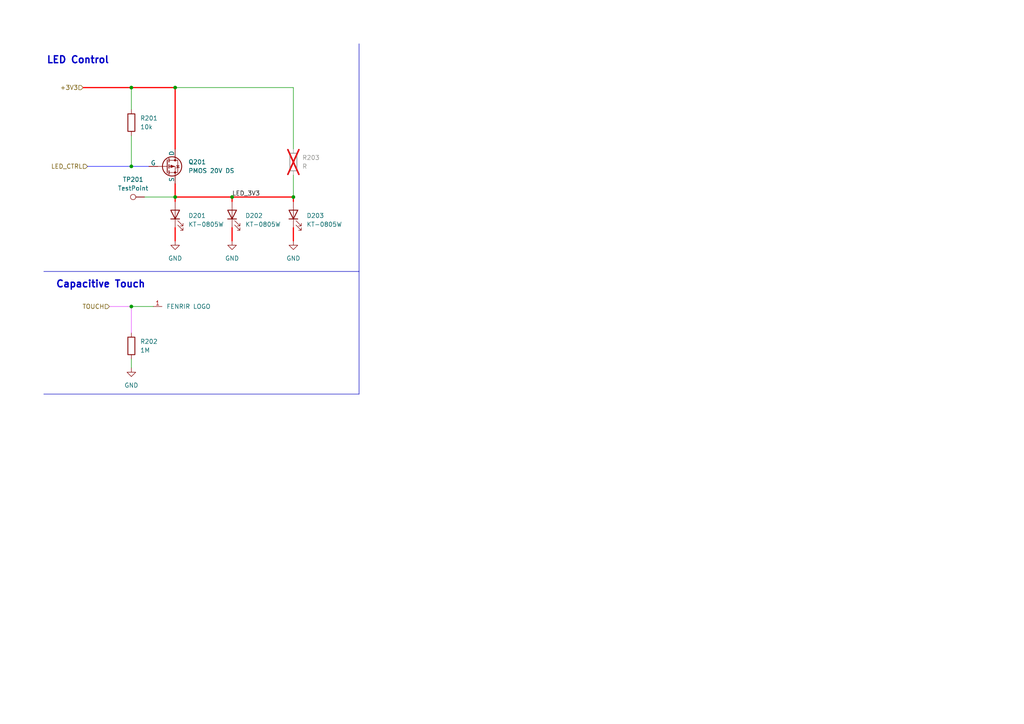
<source format=kicad_sch>
(kicad_sch (version 20231120) (generator "eeschema") (generator_version "8.0")
  (paper "A4")
  (title_block (title "${Title}") (date "2024-03-09") (comment 1 "Author: Vincent"))
  (lib_symbols
    (symbol "Connector:TestPoint" (pin_numbers hide) (pin_names (offset 0.762) hide)
      (property "Reference" "TP" (at 0 6.858 0))
      (property "Value" "TestPoint" (at 0 5.08 0))
      (symbol "TestPoint_0_1"
        (circle (center 0 3.302) (radius 0.762))
      )
      (symbol "TestPoint_1_1"
        (pin passive line (at 0 0 90) (length 2.54) (name "1") (number "1"))
      )
    )
    (symbol "Device:R" (pin_numbers hide) (pin_names (offset 0))
      (property "Reference" "R" (at 2.032 0 90))
      (property "Value" "R" (at 0 0 90))
      (symbol "R_0_1"
        (rectangle (start -1.016 -2.54) (end 1.016 2.54) (stroke (width 0.254)))
      )
      (symbol "R_1_1"
        (pin passive line (at 0 3.81 270) (length 1.27) (name "~") (number "1"))
        (pin passive line (at 0 -3.81 90) (length 1.27) (name "~") (number "2"))
      )
    )
    (symbol "example-symbols:10k" (pin_numbers hide) (pin_names (offset 0))
      (property "Reference" "R" (at 2.032 0 90))
      (property "Value" "10k" (at 0 0 90))
      (symbol "10k_0_1"
        (rectangle (start -1.016 -2.54) (end 1.016 2.54) (stroke (width 0.254)))
      )
      (symbol "10k_1_1"
        (pin passive line (at 0 3.81 270) (length 1.27) (name "~") (number "1"))
        (pin passive line (at 0 -3.81 90) (length 1.27) (name "~") (number "2"))
      )
    )
    (symbol "example-symbols:1M" (pin_numbers hide) (pin_names (offset 0))
      (property "Reference" "R" (at 2.032 0 90))
      (property "Value" "1M" (at 0 0 90))
      (symbol "1M_0_1"
        (rectangle (start -1.016 -2.54) (end 1.016 2.54) (stroke (width 0.254)))
      )
      (symbol "1M_1_1"
        (pin passive line (at 0 3.81 270) (length 1.27) (name "~") (number "1"))
        (pin passive line (at 0 -3.81 90) (length 1.27) (name "~") (number "2"))
      )
    )
    (symbol "example-symbols:FENRIR_copper_8x8mm" (in_bom no)
      (property "Value" "FENRIR LOGO" (at 0 0 0))
      (symbol "FENRIR_copper_8x8mm_1_1"
        (pin input line (at -8.89 0 0) (length 2.54) (name "") (number "1"))
      )
    )
    (symbol "example-symbols:LED" (pin_numbers hide) (pin_names (offset 1.016) hide)
      (property "Reference" "D" (at 0 2.54 0))
      (property "Value" "KT-0805W " (at 0 -2.54 0))
      (symbol "LED_0_1"
        (polyline (pts (xy -1.27 -1.27) (xy -1.27 1.27)) (stroke (width 0.254)))
        (polyline (pts (xy -1.27 0) (xy 1.27 0)))
        (polyline (pts (xy 1.27 -1.27) (xy 1.27 1.27) (xy -1.27 0) (xy 1.27 -1.27)) (stroke (width 0.254)))
        (polyline (pts (xy -3.048 -0.762) (xy -4.572 -2.286) (xy -3.81 -2.286) (xy -4.572 -2.286) (xy -4.572 -1.524)))
        (polyline (pts (xy -1.778 -0.762) (xy -3.302 -2.286) (xy -2.54 -2.286) (xy -3.302 -2.286) (xy -3.302 -1.524)))
      )
      (symbol "LED_1_1"
        (pin passive line (at -3.81 0 0) (length 2.54) (name "K") (number "1"))
        (pin passive line (at 3.81 0 180) (length 2.54) (name "A") (number "2"))
      )
    )
    (symbol "example-symbols:PMOS 20V DS" (pin_numbers hide) (pin_names (offset 0))
      (property "Reference" "Q" (at 5.08 1.27 0))
      (property "Value" "PMOS 20V DS" (at 5.08 -1.27 0))
      (symbol "PMOS 20V DS_0_1"
        (polyline (pts (xy 0.254 0) (xy -2.54 0)))
        (polyline (pts (xy 0.254 1.905) (xy 0.254 -1.905)) (stroke (width 0.254)))
        (polyline (pts (xy 0.762 -1.27) (xy 0.762 -2.286)) (stroke (width 0.254)))
        (polyline (pts (xy 0.762 0.508) (xy 0.762 -0.508)) (stroke (width 0.254)))
        (polyline (pts (xy 0.762 2.286) (xy 0.762 1.27)) (stroke (width 0.254)))
        (polyline (pts (xy 2.54 2.54) (xy 2.54 1.778)))
        (polyline (pts (xy 2.54 -2.54) (xy 2.54 0) (xy 0.762 0)))
        (polyline (pts (xy 0.762 1.778) (xy 3.302 1.778) (xy 3.302 -1.778) (xy 0.762 -1.778)))
        (polyline (pts (xy 2.286 0) (xy 1.27 0.381) (xy 1.27 -0.381) (xy 2.286 0)) (fill (type outline)))
        (polyline (pts (xy 2.794 -0.508) (xy 2.921 -0.381) (xy 3.683 -0.381) (xy 3.81 -0.254)))
        (polyline (pts (xy 3.302 -0.381) (xy 2.921 0.254) (xy 3.683 0.254) (xy 3.302 -0.381)))
        (circle (center 1.651 0) (radius 2.794) (stroke (width 0.254)))
        (circle (center 2.54 -1.778) (radius 0.254) (fill (type outline)))
        (circle (center 2.54 1.778) (radius 0.254) (fill (type outline)))
      )
      (symbol "PMOS 20V DS_1_1"
        (pin input line (at -5.08 0 0) (length 2.54) (name "G") (number "1"))
        (pin passive line (at 2.54 -5.08 90) (length 2.54) (name "S") (number "2"))
        (pin passive line (at 2.54 5.08 270) (length 2.54) (name "D") (number "3"))
      )
    )
    (symbol "power:GND" (power) (pin_names (offset 0))
      (property "Value" "GND" (at 0 -3.81 0))
      (symbol "GND_0_1"
        (polyline (pts (xy 0 0) (xy 0 -1.27) (xy 1.27 -1.27) (xy 0 -2.54) (xy -1.27 -1.27) (xy 0 -1.27)))
      )
      (symbol "GND_1_1"
        (pin power_in line (at 0 0 270) (length 0) hide (name "GND") (number "1"))
      )
    )
  )
  (junction (at 50.8 57.15))
  (junction (at 85.09 57.15))
  (junction (at 38.1 88.9))
  (junction (at 50.8 25.4))
  (junction (at 67.31 57.15))
  (junction (at 38.1 48.26))
  (junction (at 38.1 25.4))
  (wire (pts (xy 25.4 48.26) (xy 38.1 48.26)) (stroke (width 0) (color 0 0 255 1)))
  (wire (pts (xy 85.09 43.18) (xy 85.09 25.4)))
  (wire (pts (xy 38.1 25.4) (xy 38.1 31.75)))
  (wire (pts (xy 24.13 25.4) (xy 38.1 25.4)) (stroke (width 0.35) (color 255 0 0 1)))
  (wire (pts (xy 50.8 25.4) (xy 50.8 43.18)) (stroke (width 0.35) (color 255 0 0 1)))
  (polyline (pts (xy 104.14 114.3) (xy 104.14 78.74)))
  (polyline (pts (xy 12.7 114.3) (xy 104.14 114.3)))
  (wire (pts (xy 38.1 88.9) (xy 44.45 88.9)))
  (wire (pts (xy 67.31 66.04) (xy 67.31 69.85)) (stroke (width 0.35) (color 255 0 0 1)))
  (wire (pts (xy 50.8 57.15) (xy 67.31 57.15)) (stroke (width 0.35) (color 255 0 0 1)))
  (polyline (pts (xy 12.7 78.74) (xy 104.14 78.74)))
  (polyline (pts (xy 104.14 12.7) (xy 104.14 78.74)))
  (wire (pts (xy 85.09 50.8) (xy 85.09 57.15)))
  (wire (pts (xy 85.09 57.15) (xy 85.09 58.42)) (stroke (width 0.35) (color 255 0 0 1)))
  (wire (pts (xy 38.1 25.4) (xy 50.8 25.4)) (stroke (width 0.35) (color 255 0 0 1)))
  (wire (pts (xy 85.09 25.4) (xy 50.8 25.4)))
  (wire (pts (xy 67.31 57.15) (xy 85.09 57.15)) (stroke (width 0.35) (color 255 0 0 1)))
  (wire (pts (xy 67.31 57.15) (xy 67.31 58.42)) (stroke (width 0.35) (color 255 0 0 1)))
  (wire (pts (xy 38.1 104.14) (xy 38.1 106.68)))
  (wire (pts (xy 85.09 66.04) (xy 85.09 69.85)) (stroke (width 0.35) (color 255 0 0 1)))
  (wire (pts (xy 31.75 88.9) (xy 38.1 88.9)) (stroke (width 0) (color 227 67 255 1)))
  (wire (pts (xy 50.8 53.34) (xy 50.8 57.15)) (stroke (width 0.35) (color 255 0 0 1)))
  (wire (pts (xy 38.1 39.37) (xy 38.1 48.26)))
  (wire (pts (xy 50.8 66.04) (xy 50.8 69.85)) (stroke (width 0.35) (color 255 0 0 1)))
  (wire (pts (xy 38.1 48.26) (xy 43.18 48.26)) (stroke (width 0) (color 0 0 255 1)))
  (wire (pts (xy 50.8 57.15) (xy 50.8 58.42)) (stroke (width 0.35) (color 255 0 0 1)))
  (wire (pts (xy 41.91 57.15) (xy 50.8 57.15)))
  (wire (pts (xy 38.1 88.9) (xy 38.1 96.52)) (stroke (width 0) (color 227 67 255 1)))
  (text "LED Control" (at 22.606 17.526 0) (effects (font (size 2 2) (thickness 0.4) (bold yes))))
  (text "Capacitive Touch" (at 29.21 82.55 0) (effects (font (size 2 2) (thickness 0.4) (bold yes))))
  (label "LED_3V3" (at 67.31 57.15 0))
  (hierarchical_label "+3V3" (shape input) (at 24.13 25.4 180))
  (hierarchical_label "LED_CTRL" (shape input) (at 25.4 48.26 180))
  (hierarchical_label "TOUCH" (shape input) (at 31.75 88.9 180))
  (symbol (lib_id "example-symbols:LED") (at 67.31 62.23 90) (unit 1)
    (property "Reference" "D202" (at 71.12 62.5474 90) (effects (justify right)))
    (property "Value" "KT-0805W " (at 71.12 65.0874 90) (effects (justify right)))
    (property "Footprint" "example-footprints:LED0805" (effects (hide yes)))
    (property "Description" "Light emitting diode" (effects (hide yes)))
    (property "JLCPCB Nr" "C34499" (effects (hide yes)))
    (property "Manufacturer" "Hubei KENTO Elec" (effects (hide yes)))
    (property "Man Nr" "KT-0805W " (effects (hide yes)))
    (property "JLCPART" "C34499" (effects (hide yes)))
  )
  (symbol (lib_id "example-symbols:PMOS 20V DS") (at 48.26 48.26 0) (unit 1)
    (property "Reference" "Q201" (at 54.61 46.9899 0) (effects (justify left)))
    (property "Value" "PMOS 20V DS" (at 54.61 49.5299 0) (effects (justify left)))
    (property "Footprint" "example-footprints:SOT-23" (effects (hide yes)))
    (property "Description" "P-MOSFET transistor, drain/source/gate" (effects (hide yes)))
    (property "JLCPCB Nr" "C10487" (effects (hide yes)))
    (property "Manufacturer" "Vishay Intertech" (effects (hide yes)))
    (property "Man Nr" "SI2301CDS-T1-GE3" (effects (hide yes)))
    (property "JLCPART" "C10487" (effects (hide yes)))
  )
  (symbol (lib_id "example-symbols:LED") (at 85.09 62.23 90) (unit 1)
    (property "Reference" "D203" (at 88.9 62.5474 90) (effects (justify right)))
    (property "Value" "KT-0805W " (at 88.9 65.0874 90) (effects (justify right)))
    (property "Footprint" "example-footprints:LED0805" (effects (hide yes)))
    (property "Description" "Light emitting diode" (effects (hide yes)))
    (property "JLCPCB Nr" "C34499" (effects (hide yes)))
    (property "Manufacturer" "Hubei KENTO Elec" (effects (hide yes)))
    (property "Man Nr" "KT-0805W " (effects (hide yes)))
    (property "JLCPART" "C34499" (effects (hide yes)))
  )
  (symbol (lib_id "power:GND") (at 38.1 106.68 0) (unit 1)
    (property "Reference" "#PWR0201" (effects (hide yes)))
    (property "Value" "GND" (at 38.1 111.76 0))
    (property "Description" "Power symbol creates a global label with name \"GND\" , ground" (effects (hide yes)))
  )
  (symbol (lib_id "power:GND") (at 50.8 69.85 0) (unit 1)
    (property "Reference" "#PWR0202" (effects (hide yes)))
    (property "Value" "GND" (at 50.8 74.93 0))
    (property "Description" "Power symbol creates a global label with name \"GND\" , ground" (effects (hide yes)))
  )
  (symbol (lib_id "example-symbols:FENRIR_copper_8x8mm") (at 53.34 88.9 0) (unit 1) (in_bom no)
    (property "Reference" "FENRIR201" (effects (hide yes)))
    (property "Value" "FENRIR LOGO" (at 48.26 88.8999 0) (effects (justify left)))
    (property "Footprint" "example-footprints:FENRIR_copper_8x8mm" (effects (hide yes)))
  )
  (symbol (lib_id "example-symbols:10k") (at 38.1 35.56 0) (unit 1)
    (property "Reference" "R201" (at 40.64 34.2899 0) (effects (justify left)))
    (property "Value" "10k" (at 40.64 36.8299 0) (effects (justify left)))
    (property "Footprint" "Resistor_SMD:R_0603_1608Metric" (effects (hide yes)))
    (property "Description" "Resistor" (effects (hide yes)))
    (property "JLCPART" "C25804" (effects (hide yes)))
  )
  (symbol (lib_id "Connector:TestPoint") (at 41.91 57.15 90) (unit 1)
    (property "Reference" "TP201" (at 38.608 52.07 90))
    (property "Value" "TestPoint" (at 38.608 54.61 90))
    (property "Footprint" "TestPoint:TestPoint_Pad_D1.0mm" (effects (hide yes)))
    (property "Description" "test point" (effects (hide yes)))
  )
  (symbol (lib_id "Device:R") (at 85.09 46.99 0) (unit 1) (in_bom no) (dnp yes)
    (property "Reference" "R203" (at 87.63 45.7199 0) (effects (justify left)))
    (property "Value" "R" (at 87.63 48.2599 0) (effects (justify left)))
    (property "Footprint" "Resistor_SMD:R_0805_2012Metric" (effects (hide yes)))
    (property "Description" "Resistor" (effects (hide yes)))
  )
  (symbol (lib_id "power:GND") (at 67.31 69.85 0) (unit 1)
    (property "Reference" "#PWR0203" (effects (hide yes)))
    (property "Value" "GND" (at 67.31 74.93 0))
    (property "Description" "Power symbol creates a global label with name \"GND\" , ground" (effects (hide yes)))
  )
  (symbol (lib_id "power:GND") (at 85.09 69.85 0) (unit 1)
    (property "Reference" "#PWR0204" (effects (hide yes)))
    (property "Value" "GND" (at 85.09 74.93 0))
    (property "Description" "Power symbol creates a global label with name \"GND\" , ground" (effects (hide yes)))
  )
  (symbol (lib_id "example-symbols:LED") (at 50.8 62.23 90) (unit 1)
    (property "Reference" "D201" (at 54.61 62.5474 90) (effects (justify right)))
    (property "Value" "KT-0805W " (at 54.61 65.0874 90) (effects (justify right)))
    (property "Footprint" "example-footprints:LED0805" (effects (hide yes)))
    (property "Description" "Light emitting diode" (effects (hide yes)))
    (property "JLCPCB Nr" "C34499" (effects (hide yes)))
    (property "Manufacturer" "Hubei KENTO Elec" (effects (hide yes)))
    (property "Man Nr" "KT-0805W " (effects (hide yes)))
    (property "JLCPART" "C34499" (effects (hide yes)))
  )
  (symbol (lib_id "example-symbols:1M") (at 38.1 100.33 0) (unit 1)
    (property "Reference" "R202" (at 40.64 99.0599 0) (effects (justify left)))
    (property "Value" "1M" (at 40.64 101.5999 0) (effects (justify left)))
    (property "Footprint" "Resistor_SMD:R_0603_1608Metric" (effects (hide yes)))
    (property "Description" "Resistor" (effects (hide yes)))
    (property "JLCPART" "C136593" (effects (hide yes)))
  )
)
</source>
